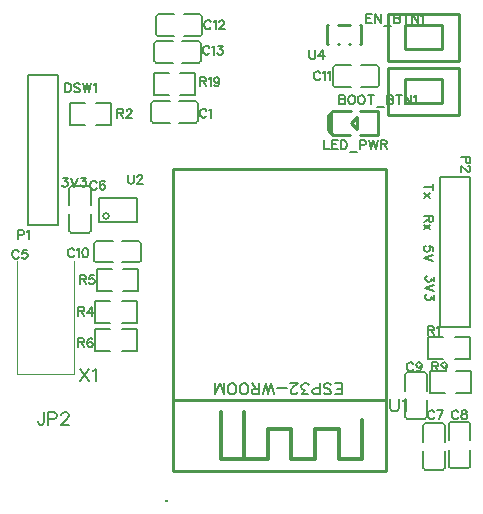
<source format=gto>
G04 Layer: TopSilkscreenLayer*
G04 EasyEDA v6.5.1, 2022-03-21 16:47:25*
G04 955ef46bbe064569b540ea905b21d435,97f3a3507f384188ab3f8c3e8ba95b97,10*
G04 Gerber Generator version 0.2*
G04 Scale: 100 percent, Rotated: No, Reflected: No *
G04 Dimensions in millimeters *
G04 leading zeros omitted , absolute positions ,4 integer and 5 decimal *
%FSLAX45Y45*%
%MOMM*%

%ADD10C,0.2540*%
%ADD12C,0.2032*%
%ADD37C,0.1524*%
%ADD38C,0.1200*%
%ADD39C,0.2007*%
%ADD40C,0.2997*%
%ADD41C,0.2000*%

%LPD*%
D37*
X7129272Y3035300D02*
G01*
X7052818Y3035300D01*
X7129272Y3060700D02*
G01*
X7129272Y3009900D01*
X7103872Y2985770D02*
G01*
X7052818Y2945892D01*
X7103872Y2945892D02*
G01*
X7052818Y2985770D01*
X7129272Y2794000D02*
G01*
X7052818Y2794000D01*
X7129272Y2794000D02*
G01*
X7129272Y2761234D01*
X7125715Y2750312D01*
X7121906Y2746755D01*
X7114793Y2743200D01*
X7107427Y2743200D01*
X7100061Y2746755D01*
X7096506Y2750312D01*
X7092950Y2761234D01*
X7092950Y2794000D01*
X7092950Y2768600D02*
G01*
X7052818Y2743200D01*
X7103872Y2719070D02*
G01*
X7052818Y2679192D01*
X7103872Y2679192D02*
G01*
X7052818Y2719070D01*
X7129272Y2496312D02*
G01*
X7129272Y2532634D01*
X7096506Y2536444D01*
X7100061Y2532634D01*
X7103872Y2521712D01*
X7103872Y2510789D01*
X7100061Y2500121D01*
X7092950Y2492755D01*
X7082027Y2489200D01*
X7074661Y2489200D01*
X7063740Y2492755D01*
X7056374Y2500121D01*
X7052818Y2510789D01*
X7052818Y2521712D01*
X7056374Y2532634D01*
X7060184Y2536444D01*
X7067295Y2540000D01*
X7129272Y2465070D02*
G01*
X7052818Y2436113D01*
X7129272Y2406904D02*
G01*
X7052818Y2436113D01*
X7141972Y2278634D02*
G01*
X7141972Y2238755D01*
X7112761Y2260600D01*
X7112761Y2249678D01*
X7109206Y2242312D01*
X7105650Y2238755D01*
X7094727Y2235200D01*
X7087361Y2235200D01*
X7076440Y2238755D01*
X7069074Y2246121D01*
X7065518Y2256789D01*
X7065518Y2267712D01*
X7069074Y2278634D01*
X7072884Y2282444D01*
X7079995Y2286000D01*
X7141972Y2211070D02*
G01*
X7065518Y2182113D01*
X7141972Y2152904D02*
G01*
X7065518Y2182113D01*
X7141972Y2121662D02*
G01*
X7141972Y2081529D01*
X7112761Y2103373D01*
X7112761Y2092452D01*
X7109206Y2085339D01*
X7105650Y2081529D01*
X7094727Y2077973D01*
X7087361Y2077973D01*
X7076440Y2081529D01*
X7069074Y2088895D01*
X7065518Y2099818D01*
X7065518Y2110739D01*
X7069074Y2121662D01*
X7072884Y2125218D01*
X7079995Y2129028D01*
X3995165Y3116071D02*
G01*
X4035043Y3116071D01*
X4013200Y3086862D01*
X4024122Y3086862D01*
X4031488Y3083305D01*
X4035043Y3079750D01*
X4038600Y3068828D01*
X4038600Y3061462D01*
X4035043Y3050539D01*
X4027677Y3043173D01*
X4017009Y3039618D01*
X4006088Y3039618D01*
X3995165Y3043173D01*
X3991356Y3046984D01*
X3987800Y3054095D01*
X4062729Y3116071D02*
G01*
X4091686Y3039618D01*
X4120895Y3116071D02*
G01*
X4091686Y3039618D01*
X4152138Y3116071D02*
G01*
X4192270Y3116071D01*
X4170425Y3086862D01*
X4181347Y3086862D01*
X4188459Y3083305D01*
X4192270Y3079750D01*
X4195825Y3068828D01*
X4195825Y3061462D01*
X4192270Y3050539D01*
X4184904Y3043173D01*
X4173981Y3039618D01*
X4163059Y3039618D01*
X4152138Y3043173D01*
X4148581Y3046984D01*
X4144772Y3054095D01*
X4013200Y3916171D02*
G01*
X4013200Y3839718D01*
X4013200Y3916171D02*
G01*
X4038600Y3916171D01*
X4049522Y3912615D01*
X4056888Y3905250D01*
X4060443Y3897884D01*
X4064000Y3886962D01*
X4064000Y3868928D01*
X4060443Y3858005D01*
X4056888Y3850639D01*
X4049522Y3843273D01*
X4038600Y3839718D01*
X4013200Y3839718D01*
X4138929Y3905250D02*
G01*
X4131818Y3912615D01*
X4120895Y3916171D01*
X4106163Y3916171D01*
X4095495Y3912615D01*
X4088129Y3905250D01*
X4088129Y3897884D01*
X4091686Y3890771D01*
X4095495Y3886962D01*
X4102608Y3883405D01*
X4124452Y3876039D01*
X4131818Y3872484D01*
X4135374Y3868928D01*
X4138929Y3861562D01*
X4138929Y3850639D01*
X4131818Y3843273D01*
X4120895Y3839718D01*
X4106163Y3839718D01*
X4095495Y3843273D01*
X4088129Y3850639D01*
X4163059Y3916171D02*
G01*
X4181093Y3839718D01*
X4199381Y3916171D02*
G01*
X4181093Y3839718D01*
X4199381Y3916171D02*
G01*
X4217670Y3839718D01*
X4235704Y3916171D02*
G01*
X4217670Y3839718D01*
X4259834Y3901694D02*
G01*
X4266945Y3905250D01*
X4277868Y3916171D01*
X4277868Y3839718D01*
X6337300Y3814571D02*
G01*
X6337300Y3738118D01*
X6337300Y3814571D02*
G01*
X6370065Y3814571D01*
X6380988Y3811015D01*
X6384543Y3807205D01*
X6388100Y3800094D01*
X6388100Y3792728D01*
X6384543Y3785362D01*
X6380988Y3781805D01*
X6370065Y3778250D01*
X6337300Y3778250D02*
G01*
X6370065Y3778250D01*
X6380988Y3774439D01*
X6384543Y3770884D01*
X6388100Y3763518D01*
X6388100Y3752595D01*
X6384543Y3745484D01*
X6380988Y3741673D01*
X6370065Y3738118D01*
X6337300Y3738118D01*
X6434074Y3814571D02*
G01*
X6426708Y3811015D01*
X6419595Y3803650D01*
X6415786Y3796284D01*
X6412229Y3785362D01*
X6412229Y3767328D01*
X6415786Y3756405D01*
X6419595Y3749039D01*
X6426708Y3741673D01*
X6434074Y3738118D01*
X6448552Y3738118D01*
X6455918Y3741673D01*
X6463029Y3749039D01*
X6466840Y3756405D01*
X6470395Y3767328D01*
X6470395Y3785362D01*
X6466840Y3796284D01*
X6463029Y3803650D01*
X6455918Y3811015D01*
X6448552Y3814571D01*
X6434074Y3814571D01*
X6516115Y3814571D02*
G01*
X6509004Y3811015D01*
X6501638Y3803650D01*
X6498081Y3796284D01*
X6494272Y3785362D01*
X6494272Y3767328D01*
X6498081Y3756405D01*
X6501638Y3749039D01*
X6509004Y3741673D01*
X6516115Y3738118D01*
X6530847Y3738118D01*
X6537959Y3741673D01*
X6545325Y3749039D01*
X6548881Y3756405D01*
X6552691Y3767328D01*
X6552691Y3785362D01*
X6548881Y3796284D01*
X6545325Y3803650D01*
X6537959Y3811015D01*
X6530847Y3814571D01*
X6516115Y3814571D01*
X6601968Y3814571D02*
G01*
X6601968Y3738118D01*
X6576568Y3814571D02*
G01*
X6627368Y3814571D01*
X6651497Y3712718D02*
G01*
X6717029Y3712718D01*
X6740906Y3814571D02*
G01*
X6740906Y3738118D01*
X6740906Y3814571D02*
G01*
X6773672Y3814571D01*
X6784593Y3811015D01*
X6788150Y3807205D01*
X6791959Y3800094D01*
X6791959Y3792728D01*
X6788150Y3785362D01*
X6784593Y3781805D01*
X6773672Y3778250D01*
X6740906Y3778250D02*
G01*
X6773672Y3778250D01*
X6784593Y3774439D01*
X6788150Y3770884D01*
X6791959Y3763518D01*
X6791959Y3752595D01*
X6788150Y3745484D01*
X6784593Y3741673D01*
X6773672Y3738118D01*
X6740906Y3738118D01*
X6841236Y3814571D02*
G01*
X6841236Y3738118D01*
X6815836Y3814571D02*
G01*
X6866636Y3814571D01*
X6890765Y3814571D02*
G01*
X6890765Y3738118D01*
X6890765Y3814571D02*
G01*
X6941565Y3738118D01*
X6941565Y3814571D02*
G01*
X6941565Y3738118D01*
X6965695Y3800094D02*
G01*
X6973061Y3803650D01*
X6983729Y3814571D01*
X6983729Y3738118D01*
X5210809Y3681984D02*
G01*
X5207000Y3689350D01*
X5199888Y3696715D01*
X5192522Y3700271D01*
X5178043Y3700271D01*
X5170677Y3696715D01*
X5163565Y3689350D01*
X5159756Y3681984D01*
X5156200Y3671062D01*
X5156200Y3653028D01*
X5159756Y3642105D01*
X5163565Y3634739D01*
X5170677Y3627373D01*
X5178043Y3623818D01*
X5192522Y3623818D01*
X5199888Y3627373D01*
X5207000Y3634739D01*
X5210809Y3642105D01*
X5234686Y3685794D02*
G01*
X5242052Y3689350D01*
X5252974Y3700271D01*
X5252974Y3623818D01*
X3623309Y2488184D02*
G01*
X3619500Y2495550D01*
X3612388Y2502915D01*
X3605022Y2506471D01*
X3590543Y2506471D01*
X3583177Y2502915D01*
X3576065Y2495550D01*
X3572256Y2488184D01*
X3568700Y2477262D01*
X3568700Y2459228D01*
X3572256Y2448305D01*
X3576065Y2440939D01*
X3583177Y2433573D01*
X3590543Y2430018D01*
X3605022Y2430018D01*
X3612388Y2433573D01*
X3619500Y2440939D01*
X3623309Y2448305D01*
X3690874Y2506471D02*
G01*
X3654552Y2506471D01*
X3650995Y2473705D01*
X3654552Y2477262D01*
X3665474Y2481071D01*
X3676395Y2481071D01*
X3687318Y2477262D01*
X3694429Y2470150D01*
X3698240Y2459228D01*
X3698240Y2451862D01*
X3694429Y2440939D01*
X3687318Y2433573D01*
X3676395Y2430018D01*
X3665474Y2430018D01*
X3654552Y2433573D01*
X3650995Y2437384D01*
X3647186Y2444495D01*
X4283709Y3072384D02*
G01*
X4279900Y3079750D01*
X4272788Y3087115D01*
X4265422Y3090671D01*
X4250943Y3090671D01*
X4243577Y3087115D01*
X4236465Y3079750D01*
X4232656Y3072384D01*
X4229100Y3061462D01*
X4229100Y3043428D01*
X4232656Y3032505D01*
X4236465Y3025139D01*
X4243577Y3017773D01*
X4250943Y3014218D01*
X4265422Y3014218D01*
X4272788Y3017773D01*
X4279900Y3025139D01*
X4283709Y3032505D01*
X4351274Y3079750D02*
G01*
X4347718Y3087115D01*
X4336795Y3090671D01*
X4329429Y3090671D01*
X4318508Y3087115D01*
X4311395Y3076194D01*
X4307586Y3057905D01*
X4307586Y3039618D01*
X4311395Y3025139D01*
X4318508Y3017773D01*
X4329429Y3014218D01*
X4332986Y3014218D01*
X4343908Y3017773D01*
X4351274Y3025139D01*
X4354829Y3036062D01*
X4354829Y3039618D01*
X4351274Y3050539D01*
X4343908Y3057905D01*
X4332986Y3061462D01*
X4329429Y3061462D01*
X4318508Y3057905D01*
X4311395Y3050539D01*
X4307586Y3039618D01*
X7141209Y1129284D02*
G01*
X7137400Y1136650D01*
X7130288Y1144015D01*
X7122922Y1147571D01*
X7108443Y1147571D01*
X7101077Y1144015D01*
X7093965Y1136650D01*
X7090156Y1129284D01*
X7086600Y1118362D01*
X7086600Y1100328D01*
X7090156Y1089405D01*
X7093965Y1082039D01*
X7101077Y1074673D01*
X7108443Y1071118D01*
X7122922Y1071118D01*
X7130288Y1074673D01*
X7137400Y1082039D01*
X7141209Y1089405D01*
X7216140Y1147571D02*
G01*
X7179563Y1071118D01*
X7165086Y1147571D02*
G01*
X7216140Y1147571D01*
X7344409Y1129284D02*
G01*
X7340600Y1136650D01*
X7333488Y1144015D01*
X7326122Y1147571D01*
X7311643Y1147571D01*
X7304277Y1144015D01*
X7297165Y1136650D01*
X7293356Y1129284D01*
X7289800Y1118362D01*
X7289800Y1100328D01*
X7293356Y1089405D01*
X7297165Y1082039D01*
X7304277Y1074673D01*
X7311643Y1071118D01*
X7326122Y1071118D01*
X7333488Y1074673D01*
X7340600Y1082039D01*
X7344409Y1089405D01*
X7386574Y1147571D02*
G01*
X7375652Y1144015D01*
X7372095Y1136650D01*
X7372095Y1129284D01*
X7375652Y1122171D01*
X7382763Y1118362D01*
X7397495Y1114805D01*
X7408418Y1111250D01*
X7415529Y1103884D01*
X7419340Y1096518D01*
X7419340Y1085595D01*
X7415529Y1078484D01*
X7411974Y1074673D01*
X7401052Y1071118D01*
X7386574Y1071118D01*
X7375652Y1074673D01*
X7372095Y1078484D01*
X7368286Y1085595D01*
X7368286Y1096518D01*
X7372095Y1103884D01*
X7379208Y1111250D01*
X7390129Y1114805D01*
X7404608Y1118362D01*
X7411974Y1122171D01*
X7415529Y1129284D01*
X7415529Y1136650D01*
X7411974Y1144015D01*
X7401052Y1147571D01*
X7386574Y1147571D01*
X6963409Y1535684D02*
G01*
X6959600Y1543050D01*
X6952488Y1550415D01*
X6945122Y1553971D01*
X6930643Y1553971D01*
X6923277Y1550415D01*
X6916165Y1543050D01*
X6912356Y1535684D01*
X6908800Y1524762D01*
X6908800Y1506728D01*
X6912356Y1495805D01*
X6916165Y1488439D01*
X6923277Y1481073D01*
X6930643Y1477518D01*
X6945122Y1477518D01*
X6952488Y1481073D01*
X6959600Y1488439D01*
X6963409Y1495805D01*
X7034529Y1528571D02*
G01*
X7030974Y1517650D01*
X7023608Y1510284D01*
X7012686Y1506728D01*
X7009129Y1506728D01*
X6998208Y1510284D01*
X6991095Y1517650D01*
X6987286Y1528571D01*
X6987286Y1532128D01*
X6991095Y1543050D01*
X6998208Y1550415D01*
X7009129Y1553971D01*
X7012686Y1553971D01*
X7023608Y1550415D01*
X7030974Y1543050D01*
X7034529Y1528571D01*
X7034529Y1510284D01*
X7030974Y1491995D01*
X7023608Y1481073D01*
X7012686Y1477518D01*
X7005574Y1477518D01*
X6994652Y1481073D01*
X6991095Y1488439D01*
X4093209Y2500884D02*
G01*
X4089400Y2508250D01*
X4082288Y2515615D01*
X4074922Y2519171D01*
X4060443Y2519171D01*
X4053077Y2515615D01*
X4045965Y2508250D01*
X4042156Y2500884D01*
X4038600Y2489962D01*
X4038600Y2471928D01*
X4042156Y2461005D01*
X4045965Y2453639D01*
X4053077Y2446273D01*
X4060443Y2442718D01*
X4074922Y2442718D01*
X4082288Y2446273D01*
X4089400Y2453639D01*
X4093209Y2461005D01*
X4117086Y2504694D02*
G01*
X4124452Y2508250D01*
X4135374Y2519171D01*
X4135374Y2442718D01*
X4181093Y2519171D02*
G01*
X4170172Y2515615D01*
X4163059Y2504694D01*
X4159250Y2486405D01*
X4159250Y2475484D01*
X4163059Y2457195D01*
X4170172Y2446273D01*
X4181093Y2442718D01*
X4188459Y2442718D01*
X4199381Y2446273D01*
X4206493Y2457195D01*
X4210304Y2475484D01*
X4210304Y2486405D01*
X4206493Y2504694D01*
X4199381Y2515615D01*
X4188459Y2519171D01*
X4181093Y2519171D01*
X6176009Y3999484D02*
G01*
X6172200Y4006850D01*
X6165088Y4014215D01*
X6157722Y4017771D01*
X6143243Y4017771D01*
X6135877Y4014215D01*
X6128765Y4006850D01*
X6124956Y3999484D01*
X6121400Y3988562D01*
X6121400Y3970528D01*
X6124956Y3959605D01*
X6128765Y3952239D01*
X6135877Y3944873D01*
X6143243Y3941318D01*
X6157722Y3941318D01*
X6165088Y3944873D01*
X6172200Y3952239D01*
X6176009Y3959605D01*
X6199886Y4003294D02*
G01*
X6207252Y4006850D01*
X6218174Y4017771D01*
X6218174Y3941318D01*
X6242050Y4003294D02*
G01*
X6249415Y4006850D01*
X6260338Y4017771D01*
X6260338Y3941318D01*
X5248909Y4431284D02*
G01*
X5245100Y4438650D01*
X5237988Y4446015D01*
X5230622Y4449571D01*
X5216143Y4449571D01*
X5208777Y4446015D01*
X5201665Y4438650D01*
X5197856Y4431284D01*
X5194300Y4420362D01*
X5194300Y4402328D01*
X5197856Y4391405D01*
X5201665Y4384039D01*
X5208777Y4376673D01*
X5216143Y4373118D01*
X5230622Y4373118D01*
X5237988Y4376673D01*
X5245100Y4384039D01*
X5248909Y4391405D01*
X5272786Y4435094D02*
G01*
X5280152Y4438650D01*
X5291074Y4449571D01*
X5291074Y4373118D01*
X5318759Y4431284D02*
G01*
X5318759Y4435094D01*
X5322315Y4442205D01*
X5325872Y4446015D01*
X5333238Y4449571D01*
X5347715Y4449571D01*
X5355081Y4446015D01*
X5358638Y4442205D01*
X5362193Y4435094D01*
X5362193Y4427728D01*
X5358638Y4420362D01*
X5351272Y4409439D01*
X5314950Y4373118D01*
X5366004Y4373118D01*
X5236209Y4215384D02*
G01*
X5232400Y4222750D01*
X5225288Y4230115D01*
X5217922Y4233671D01*
X5203443Y4233671D01*
X5196077Y4230115D01*
X5188965Y4222750D01*
X5185156Y4215384D01*
X5181600Y4204462D01*
X5181600Y4186428D01*
X5185156Y4175505D01*
X5188965Y4168139D01*
X5196077Y4160773D01*
X5203443Y4157218D01*
X5217922Y4157218D01*
X5225288Y4160773D01*
X5232400Y4168139D01*
X5236209Y4175505D01*
X5260086Y4219194D02*
G01*
X5267452Y4222750D01*
X5278374Y4233671D01*
X5278374Y4157218D01*
X5309615Y4233671D02*
G01*
X5349493Y4233671D01*
X5327904Y4204462D01*
X5338572Y4204462D01*
X5345938Y4200905D01*
X5349493Y4197350D01*
X5353304Y4186428D01*
X5353304Y4179062D01*
X5349493Y4168139D01*
X5342381Y4160773D01*
X5331459Y4157218D01*
X5320538Y4157218D01*
X5309615Y4160773D01*
X5306059Y4164584D01*
X5302250Y4171695D01*
X6565900Y4500371D02*
G01*
X6565900Y4423918D01*
X6565900Y4500371D02*
G01*
X6613143Y4500371D01*
X6565900Y4464050D02*
G01*
X6595109Y4464050D01*
X6565900Y4423918D02*
G01*
X6613143Y4423918D01*
X6637274Y4500371D02*
G01*
X6637274Y4423918D01*
X6637274Y4500371D02*
G01*
X6688074Y4423918D01*
X6688074Y4500371D02*
G01*
X6688074Y4423918D01*
X6712204Y4398518D02*
G01*
X6777481Y4398518D01*
X6801611Y4500371D02*
G01*
X6801611Y4423918D01*
X6801611Y4500371D02*
G01*
X6834377Y4500371D01*
X6845045Y4496815D01*
X6848856Y4493005D01*
X6852411Y4485894D01*
X6852411Y4478528D01*
X6848856Y4471162D01*
X6845045Y4467605D01*
X6834377Y4464050D01*
X6801611Y4464050D02*
G01*
X6834377Y4464050D01*
X6845045Y4460239D01*
X6848856Y4456684D01*
X6852411Y4449318D01*
X6852411Y4438395D01*
X6848856Y4431284D01*
X6845045Y4427473D01*
X6834377Y4423918D01*
X6801611Y4423918D01*
X6901941Y4500371D02*
G01*
X6901941Y4423918D01*
X6876541Y4500371D02*
G01*
X6927341Y4500371D01*
X6951472Y4500371D02*
G01*
X6951472Y4423918D01*
X6951472Y4500371D02*
G01*
X7002272Y4423918D01*
X7002272Y4500371D02*
G01*
X7002272Y4423918D01*
X7026147Y4485894D02*
G01*
X7033513Y4489450D01*
X7044436Y4500371D01*
X7044436Y4423918D01*
X6210300Y3433571D02*
G01*
X6210300Y3357118D01*
X6210300Y3357118D02*
G01*
X6253988Y3357118D01*
X6277863Y3433571D02*
G01*
X6277863Y3357118D01*
X6277863Y3433571D02*
G01*
X6325108Y3433571D01*
X6277863Y3397250D02*
G01*
X6307074Y3397250D01*
X6277863Y3357118D02*
G01*
X6325108Y3357118D01*
X6349238Y3433571D02*
G01*
X6349238Y3357118D01*
X6349238Y3433571D02*
G01*
X6374638Y3433571D01*
X6385559Y3430015D01*
X6392925Y3422650D01*
X6396481Y3415284D01*
X6400038Y3404362D01*
X6400038Y3386328D01*
X6396481Y3375405D01*
X6392925Y3368039D01*
X6385559Y3360673D01*
X6374638Y3357118D01*
X6349238Y3357118D01*
X6424168Y3331718D02*
G01*
X6489445Y3331718D01*
X6513575Y3433571D02*
G01*
X6513575Y3357118D01*
X6513575Y3433571D02*
G01*
X6546341Y3433571D01*
X6557263Y3430015D01*
X6560820Y3426205D01*
X6564375Y3419094D01*
X6564375Y3408171D01*
X6560820Y3400805D01*
X6557263Y3397250D01*
X6546341Y3393439D01*
X6513575Y3393439D01*
X6588506Y3433571D02*
G01*
X6606540Y3357118D01*
X6624827Y3433571D02*
G01*
X6606540Y3357118D01*
X6624827Y3433571D02*
G01*
X6643115Y3357118D01*
X6661150Y3433571D02*
G01*
X6643115Y3357118D01*
X6685279Y3433571D02*
G01*
X6685279Y3357118D01*
X6685279Y3433571D02*
G01*
X6718045Y3433571D01*
X6728968Y3430015D01*
X6732524Y3426205D01*
X6736079Y3419094D01*
X6736079Y3411728D01*
X6732524Y3404362D01*
X6728968Y3400805D01*
X6718045Y3397250D01*
X6685279Y3397250D01*
X6710679Y3397250D02*
G01*
X6736079Y3357118D01*
X7086600Y1858771D02*
G01*
X7086600Y1782318D01*
X7086600Y1858771D02*
G01*
X7119365Y1858771D01*
X7130288Y1855215D01*
X7133843Y1851405D01*
X7137400Y1844294D01*
X7137400Y1836928D01*
X7133843Y1829562D01*
X7130288Y1826005D01*
X7119365Y1822450D01*
X7086600Y1822450D01*
X7112000Y1822450D02*
G01*
X7137400Y1782318D01*
X7161529Y1844294D02*
G01*
X7168895Y1847850D01*
X7179563Y1858771D01*
X7179563Y1782318D01*
X4457700Y3700271D02*
G01*
X4457700Y3623818D01*
X4457700Y3700271D02*
G01*
X4490465Y3700271D01*
X4501388Y3696715D01*
X4504943Y3692905D01*
X4508500Y3685794D01*
X4508500Y3678428D01*
X4504943Y3671062D01*
X4501388Y3667505D01*
X4490465Y3663950D01*
X4457700Y3663950D01*
X4483100Y3663950D02*
G01*
X4508500Y3623818D01*
X4536186Y3681984D02*
G01*
X4536186Y3685794D01*
X4539995Y3692905D01*
X4543552Y3696715D01*
X4550663Y3700271D01*
X4565395Y3700271D01*
X4572508Y3696715D01*
X4576318Y3692905D01*
X4579874Y3685794D01*
X4579874Y3678428D01*
X4576318Y3671062D01*
X4568952Y3660139D01*
X4532629Y3623818D01*
X4583429Y3623818D01*
X4127500Y2023871D02*
G01*
X4127500Y1947418D01*
X4127500Y2023871D02*
G01*
X4160265Y2023871D01*
X4171188Y2020315D01*
X4174743Y2016505D01*
X4178300Y2009394D01*
X4178300Y2002028D01*
X4174743Y1994662D01*
X4171188Y1991105D01*
X4160265Y1987550D01*
X4127500Y1987550D01*
X4152900Y1987550D02*
G01*
X4178300Y1947418D01*
X4238752Y2023871D02*
G01*
X4202429Y1972818D01*
X4257040Y1972818D01*
X4238752Y2023871D02*
G01*
X4238752Y1947418D01*
X4140200Y2290571D02*
G01*
X4140200Y2214118D01*
X4140200Y2290571D02*
G01*
X4172965Y2290571D01*
X4183888Y2287015D01*
X4187443Y2283205D01*
X4191000Y2276094D01*
X4191000Y2268728D01*
X4187443Y2261362D01*
X4183888Y2257805D01*
X4172965Y2254250D01*
X4140200Y2254250D01*
X4165600Y2254250D02*
G01*
X4191000Y2214118D01*
X4258818Y2290571D02*
G01*
X4222495Y2290571D01*
X4218686Y2257805D01*
X4222495Y2261362D01*
X4233163Y2265171D01*
X4244086Y2265171D01*
X4255008Y2261362D01*
X4262374Y2254250D01*
X4265929Y2243328D01*
X4265929Y2235962D01*
X4262374Y2225039D01*
X4255008Y2217673D01*
X4244086Y2214118D01*
X4233163Y2214118D01*
X4222495Y2217673D01*
X4218686Y2221484D01*
X4215129Y2228595D01*
X4127500Y1757171D02*
G01*
X4127500Y1680718D01*
X4127500Y1757171D02*
G01*
X4160265Y1757171D01*
X4171188Y1753615D01*
X4174743Y1749805D01*
X4178300Y1742694D01*
X4178300Y1735328D01*
X4174743Y1727962D01*
X4171188Y1724405D01*
X4160265Y1720850D01*
X4127500Y1720850D01*
X4152900Y1720850D02*
G01*
X4178300Y1680718D01*
X4246118Y1746250D02*
G01*
X4242308Y1753615D01*
X4231386Y1757171D01*
X4224274Y1757171D01*
X4213352Y1753615D01*
X4205986Y1742694D01*
X4202429Y1724405D01*
X4202429Y1706118D01*
X4205986Y1691639D01*
X4213352Y1684273D01*
X4224274Y1680718D01*
X4227829Y1680718D01*
X4238752Y1684273D01*
X4246118Y1691639D01*
X4249674Y1702562D01*
X4249674Y1706118D01*
X4246118Y1717039D01*
X4238752Y1724405D01*
X4227829Y1727962D01*
X4224274Y1727962D01*
X4213352Y1724405D01*
X4205986Y1717039D01*
X4202429Y1706118D01*
X7124700Y1553971D02*
G01*
X7124700Y1477518D01*
X7124700Y1553971D02*
G01*
X7157465Y1553971D01*
X7168388Y1550415D01*
X7171943Y1546605D01*
X7175500Y1539494D01*
X7175500Y1532128D01*
X7171943Y1524762D01*
X7168388Y1521205D01*
X7157465Y1517650D01*
X7124700Y1517650D01*
X7150100Y1517650D02*
G01*
X7175500Y1477518D01*
X7246874Y1528571D02*
G01*
X7243318Y1517650D01*
X7235952Y1510284D01*
X7225029Y1506728D01*
X7221474Y1506728D01*
X7210552Y1510284D01*
X7203186Y1517650D01*
X7199629Y1528571D01*
X7199629Y1532128D01*
X7203186Y1543050D01*
X7210552Y1550415D01*
X7221474Y1553971D01*
X7225029Y1553971D01*
X7235952Y1550415D01*
X7243318Y1543050D01*
X7246874Y1528571D01*
X7246874Y1510284D01*
X7243318Y1491995D01*
X7235952Y1481073D01*
X7225029Y1477518D01*
X7217663Y1477518D01*
X7206995Y1481073D01*
X7203186Y1488439D01*
X5156200Y3966971D02*
G01*
X5156200Y3890518D01*
X5156200Y3966971D02*
G01*
X5188965Y3966971D01*
X5199888Y3963415D01*
X5203443Y3959605D01*
X5207000Y3952494D01*
X5207000Y3945128D01*
X5203443Y3937762D01*
X5199888Y3934205D01*
X5188965Y3930650D01*
X5156200Y3930650D01*
X5181600Y3930650D02*
G01*
X5207000Y3890518D01*
X5231129Y3952494D02*
G01*
X5238495Y3956050D01*
X5249163Y3966971D01*
X5249163Y3890518D01*
X5320538Y3941571D02*
G01*
X5316981Y3930650D01*
X5309615Y3923284D01*
X5298693Y3919728D01*
X5295138Y3919728D01*
X5284215Y3923284D01*
X5276850Y3930650D01*
X5273293Y3941571D01*
X5273293Y3945128D01*
X5276850Y3956050D01*
X5284215Y3963415D01*
X5295138Y3966971D01*
X5298693Y3966971D01*
X5309615Y3963415D01*
X5316981Y3956050D01*
X5320538Y3941571D01*
X5320538Y3923284D01*
X5316981Y3904995D01*
X5309615Y3894073D01*
X5298693Y3890518D01*
X5291581Y3890518D01*
X5280659Y3894073D01*
X5276850Y3901439D01*
X3836670Y1131315D02*
G01*
X3836670Y1048257D01*
X3831336Y1032510D01*
X3826256Y1027429D01*
X3815841Y1022350D01*
X3805427Y1022350D01*
X3795013Y1027429D01*
X3789679Y1032510D01*
X3784600Y1048257D01*
X3784600Y1058671D01*
X3870959Y1131315D02*
G01*
X3870959Y1022350D01*
X3870959Y1131315D02*
G01*
X3917695Y1131315D01*
X3933190Y1126236D01*
X3938270Y1120902D01*
X3943604Y1110487D01*
X3943604Y1094994D01*
X3938270Y1084579D01*
X3933190Y1079500D01*
X3917695Y1074165D01*
X3870959Y1074165D01*
X3982974Y1105407D02*
G01*
X3982974Y1110487D01*
X3988308Y1120902D01*
X3993388Y1126236D01*
X4003802Y1131315D01*
X4024629Y1131315D01*
X4035043Y1126236D01*
X4040124Y1120902D01*
X4045458Y1110487D01*
X4045458Y1100073D01*
X4040124Y1089660D01*
X4029709Y1074165D01*
X3977893Y1022350D01*
X4050538Y1022350D01*
X4140200Y1499615D02*
G01*
X4212843Y1390650D01*
X4212843Y1499615D02*
G01*
X4140200Y1390650D01*
X4247134Y1478787D02*
G01*
X4257547Y1484121D01*
X4273295Y1499615D01*
X4273295Y1390650D01*
X4874513Y379476D02*
G01*
X4876800Y381762D01*
X4874513Y384047D01*
X4872227Y381762D01*
X4874513Y379476D01*
X3619500Y2671571D02*
G01*
X3619500Y2595118D01*
X3619500Y2671571D02*
G01*
X3652265Y2671571D01*
X3663188Y2668015D01*
X3666743Y2664205D01*
X3670300Y2657094D01*
X3670300Y2646171D01*
X3666743Y2638805D01*
X3663188Y2635250D01*
X3652265Y2631439D01*
X3619500Y2631439D01*
X3694429Y2657094D02*
G01*
X3701795Y2660650D01*
X3712463Y2671571D01*
X3712463Y2595118D01*
X7446772Y3289300D02*
G01*
X7370318Y3289300D01*
X7446772Y3289300D02*
G01*
X7446772Y3256534D01*
X7443215Y3245612D01*
X7439406Y3242055D01*
X7432293Y3238500D01*
X7421372Y3238500D01*
X7414006Y3242055D01*
X7410450Y3245612D01*
X7406640Y3256534D01*
X7406640Y3289300D01*
X7428484Y3210813D02*
G01*
X7432293Y3210813D01*
X7439406Y3207004D01*
X7443215Y3203447D01*
X7446772Y3196336D01*
X7446772Y3181604D01*
X7443215Y3174492D01*
X7439406Y3170681D01*
X7432293Y3167126D01*
X7424927Y3167126D01*
X7417561Y3170681D01*
X7406640Y3178047D01*
X7370318Y3214370D01*
X7370318Y3163570D01*
X6769100Y1245615D02*
G01*
X6769100Y1167637D01*
X6774179Y1152144D01*
X6784593Y1141729D01*
X6800341Y1136650D01*
X6810756Y1136650D01*
X6826250Y1141729D01*
X6836663Y1152144D01*
X6841743Y1167637D01*
X6841743Y1245615D01*
X6876034Y1224787D02*
G01*
X6886447Y1230121D01*
X6902195Y1245615D01*
X6902195Y1136650D01*
D12*
X6355334Y1281684D02*
G01*
X6355334Y1377187D01*
X6355334Y1281684D02*
G01*
X6296152Y1281684D01*
X6355334Y1327150D02*
G01*
X6319011Y1327150D01*
X6355334Y1377187D02*
G01*
X6296152Y1377187D01*
X6202679Y1295145D02*
G01*
X6211824Y1286255D01*
X6225286Y1281684D01*
X6243574Y1281684D01*
X6257036Y1286255D01*
X6266179Y1295145D01*
X6266179Y1304289D01*
X6261608Y1313687D01*
X6257036Y1318005D01*
X6248145Y1322323D01*
X6220713Y1331721D01*
X6211824Y1336039D01*
X6207252Y1340865D01*
X6202679Y1350010D01*
X6202679Y1363471D01*
X6211824Y1372615D01*
X6225286Y1377187D01*
X6243574Y1377187D01*
X6257036Y1372615D01*
X6266179Y1363471D01*
X6172708Y1281684D02*
G01*
X6172708Y1377187D01*
X6172708Y1281684D02*
G01*
X6131813Y1281684D01*
X6118097Y1286255D01*
X6113525Y1290573D01*
X6108954Y1299718D01*
X6108954Y1313687D01*
X6113525Y1322323D01*
X6118097Y1327150D01*
X6131813Y1331721D01*
X6172708Y1331721D01*
X6069838Y1281684D02*
G01*
X6019800Y1281684D01*
X6047231Y1318005D01*
X6033515Y1318005D01*
X6024372Y1322323D01*
X6019800Y1327150D01*
X6015227Y1340865D01*
X6015227Y1350010D01*
X6019800Y1363471D01*
X6028943Y1372615D01*
X6042659Y1377187D01*
X6056122Y1377187D01*
X6069838Y1372615D01*
X6074409Y1367789D01*
X6078981Y1358900D01*
X5980684Y1304289D02*
G01*
X5980684Y1299718D01*
X5976365Y1290573D01*
X5971793Y1286255D01*
X5962650Y1281684D01*
X5944361Y1281684D01*
X5935218Y1286255D01*
X5930900Y1290573D01*
X5926327Y1299718D01*
X5926327Y1309115D01*
X5930900Y1318005D01*
X5939790Y1331721D01*
X5985256Y1377187D01*
X5921756Y1377187D01*
X5891784Y1336039D02*
G01*
X5809995Y1336039D01*
X5779770Y1281684D02*
G01*
X5757163Y1377187D01*
X5734304Y1281684D02*
G01*
X5757163Y1377187D01*
X5734304Y1281684D02*
G01*
X5711697Y1377187D01*
X5689091Y1281684D02*
G01*
X5711697Y1377187D01*
X5658865Y1281684D02*
G01*
X5658865Y1377187D01*
X5658865Y1281684D02*
G01*
X5617972Y1281684D01*
X5604509Y1286255D01*
X5599938Y1290573D01*
X5595365Y1299718D01*
X5595365Y1309115D01*
X5599938Y1318005D01*
X5604509Y1322323D01*
X5617972Y1327150D01*
X5658865Y1327150D01*
X5627115Y1327150D02*
G01*
X5595365Y1377187D01*
X5537961Y1281684D02*
G01*
X5547106Y1286255D01*
X5556250Y1295145D01*
X5560822Y1304289D01*
X5565393Y1318005D01*
X5565393Y1340865D01*
X5560822Y1354581D01*
X5556250Y1363471D01*
X5547106Y1372615D01*
X5537961Y1377187D01*
X5519927Y1377187D01*
X5510784Y1372615D01*
X5501640Y1363471D01*
X5497068Y1354581D01*
X5492495Y1340865D01*
X5492495Y1318005D01*
X5497068Y1304289D01*
X5501640Y1295145D01*
X5510784Y1286255D01*
X5519927Y1281684D01*
X5537961Y1281684D01*
X5435345Y1281684D02*
G01*
X5444490Y1286255D01*
X5453634Y1295145D01*
X5457952Y1304289D01*
X5462524Y1318005D01*
X5462524Y1340865D01*
X5457952Y1354581D01*
X5453634Y1363471D01*
X5444490Y1372615D01*
X5435345Y1377187D01*
X5417058Y1377187D01*
X5408168Y1372615D01*
X5399024Y1363471D01*
X5394452Y1354581D01*
X5389879Y1340865D01*
X5389879Y1318005D01*
X5394452Y1304289D01*
X5399024Y1295145D01*
X5408168Y1286255D01*
X5417058Y1281684D01*
X5435345Y1281684D01*
X5359908Y1281684D02*
G01*
X5359908Y1377187D01*
X5359908Y1281684D02*
G01*
X5323586Y1377187D01*
X5287263Y1281684D02*
G01*
X5323586Y1377187D01*
X5287263Y1281684D02*
G01*
X5287263Y1377187D01*
D37*
X4546600Y3141471D02*
G01*
X4546600Y3086862D01*
X4550156Y3075939D01*
X4557522Y3068573D01*
X4568443Y3065018D01*
X4575809Y3065018D01*
X4586477Y3068573D01*
X4593843Y3075939D01*
X4597400Y3086862D01*
X4597400Y3141471D01*
X4625086Y3123184D02*
G01*
X4625086Y3126994D01*
X4628895Y3134105D01*
X4632452Y3137915D01*
X4639563Y3141471D01*
X4654295Y3141471D01*
X4661408Y3137915D01*
X4665218Y3134105D01*
X4668774Y3126994D01*
X4668774Y3119628D01*
X4665218Y3112262D01*
X4657852Y3101339D01*
X4621529Y3065018D01*
X4672329Y3065018D01*
X6083300Y4195571D02*
G01*
X6083300Y4140962D01*
X6086856Y4130039D01*
X6094222Y4122673D01*
X6105143Y4119118D01*
X6112509Y4119118D01*
X6123177Y4122673D01*
X6130543Y4130039D01*
X6134100Y4140962D01*
X6134100Y4195571D01*
X6194552Y4195571D02*
G01*
X6158229Y4144518D01*
X6212840Y4144518D01*
X6194552Y4195571D02*
G01*
X6194552Y4119118D01*
D10*
X6748500Y4048099D02*
G01*
X7348499Y4048099D01*
X7348499Y3648100D01*
X6748500Y3648100D01*
X6748500Y4048099D01*
X6888505Y3948099D02*
G01*
X7208494Y3948099D01*
X7208494Y3748100D01*
X6888505Y3748100D01*
X6888505Y3948099D01*
D37*
X5121419Y3760660D02*
G01*
X4980419Y3760660D01*
X4980419Y3579939D02*
G01*
X5121419Y3579939D01*
X5136659Y3595179D02*
G01*
X5136659Y3745420D01*
X4759180Y3760660D02*
G01*
X4900180Y3760660D01*
X4900180Y3579939D02*
G01*
X4759180Y3579939D01*
X4743940Y3595179D02*
G01*
X4743940Y3745420D01*
D38*
X4088129Y2409647D02*
G01*
X4088129Y1449781D01*
X3608070Y1449781D01*
X3608070Y2409647D01*
D37*
X4230560Y2663680D02*
G01*
X4230560Y2804680D01*
X4049839Y2804680D02*
G01*
X4049839Y2663680D01*
X4065079Y2648440D02*
G01*
X4215320Y2648440D01*
X4230560Y3025919D02*
G01*
X4230560Y2884919D01*
X4049839Y2884919D02*
G01*
X4049839Y3025919D01*
X4065079Y3041159D02*
G01*
X4215320Y3041159D01*
X7227760Y657080D02*
G01*
X7227760Y798080D01*
X7047039Y798080D02*
G01*
X7047039Y657080D01*
X7062279Y641840D02*
G01*
X7212520Y641840D01*
X7227760Y1019319D02*
G01*
X7227760Y878319D01*
X7047039Y878319D02*
G01*
X7047039Y1019319D01*
X7062279Y1034559D02*
G01*
X7212520Y1034559D01*
X7262939Y1032019D02*
G01*
X7262939Y891019D01*
X7443660Y891019D02*
G01*
X7443660Y1032019D01*
X7428420Y1047259D02*
G01*
X7278179Y1047259D01*
X7262939Y669780D02*
G01*
X7262939Y810780D01*
X7443660Y810780D02*
G01*
X7443660Y669780D01*
X7428420Y654540D02*
G01*
X7278179Y654540D01*
X7075360Y1088880D02*
G01*
X7075360Y1229880D01*
X6894639Y1229880D02*
G01*
X6894639Y1088880D01*
X6909879Y1073640D02*
G01*
X7060120Y1073640D01*
X7075360Y1451119D02*
G01*
X7075360Y1310119D01*
X6894639Y1310119D02*
G01*
X6894639Y1451119D01*
X6909879Y1466359D02*
G01*
X7060120Y1466359D01*
X4276580Y2398839D02*
G01*
X4417580Y2398839D01*
X4417580Y2579560D02*
G01*
X4276580Y2579560D01*
X4261340Y2564320D02*
G01*
X4261340Y2414079D01*
X4638819Y2398839D02*
G01*
X4497819Y2398839D01*
X4497819Y2579560D02*
G01*
X4638819Y2579560D01*
X4654059Y2564320D02*
G01*
X4654059Y2414079D01*
X6295880Y3884739D02*
G01*
X6436880Y3884739D01*
X6436880Y4065460D02*
G01*
X6295880Y4065460D01*
X6280640Y4050220D02*
G01*
X6280640Y3899979D01*
X6658119Y3884739D02*
G01*
X6517119Y3884739D01*
X6517119Y4065460D02*
G01*
X6658119Y4065460D01*
X6673359Y4050220D02*
G01*
X6673359Y3899979D01*
X5159519Y4497260D02*
G01*
X5018519Y4497260D01*
X5018519Y4316539D02*
G01*
X5159519Y4316539D01*
X5174759Y4331779D02*
G01*
X5174759Y4482020D01*
X4797280Y4497260D02*
G01*
X4938280Y4497260D01*
X4938280Y4316539D02*
G01*
X4797280Y4316539D01*
X4782040Y4331779D02*
G01*
X4782040Y4482020D01*
X5146819Y4268660D02*
G01*
X5005819Y4268660D01*
X5005819Y4087939D02*
G01*
X5146819Y4087939D01*
X5162059Y4103179D02*
G01*
X5162059Y4253420D01*
X4784580Y4268660D02*
G01*
X4925580Y4268660D01*
X4925580Y4087939D02*
G01*
X4784580Y4087939D01*
X4769340Y4103179D02*
G01*
X4769340Y4253420D01*
D10*
X7348499Y4105300D02*
G01*
X6748500Y4105300D01*
X6748500Y4505299D01*
X7348499Y4505299D01*
X7348499Y4105300D01*
X7208494Y4205300D02*
G01*
X6888505Y4205300D01*
X6888505Y4405299D01*
X7208494Y4405299D01*
X7208494Y4205300D01*
X6508750Y3479545D02*
G01*
X6663690Y3479545D01*
X6663690Y3682745D01*
X6508750Y3682745D01*
X6430009Y3477005D02*
G01*
X6282690Y3477005D01*
X6242050Y3517645D01*
X6242050Y3644645D01*
X6280150Y3682745D01*
X6432550Y3682745D01*
X6486143Y3531107D02*
G01*
X6486143Y3631184D01*
X6486143Y3631184D01*
X6436106Y3581145D01*
X6436106Y3581145D01*
X6486143Y3531107D01*
X6266179Y3501136D02*
G01*
X6266179Y3661155D01*
D37*
X7216780Y1768109D02*
G01*
X7088286Y1768109D01*
X7088286Y1584690D01*
X7216780Y1584690D01*
X7312019Y1768109D02*
G01*
X7440513Y1768109D01*
X7440513Y1584690D01*
X7312019Y1584690D01*
X4276719Y3565890D02*
G01*
X4405213Y3565890D01*
X4405213Y3749309D01*
X4276719Y3749309D01*
X4181480Y3565890D02*
G01*
X4052986Y3565890D01*
X4052986Y3749309D01*
X4181480Y3749309D01*
X4492619Y1889490D02*
G01*
X4621113Y1889490D01*
X4621113Y2072909D01*
X4492619Y2072909D01*
X4397380Y1889490D02*
G01*
X4268886Y1889490D01*
X4268886Y2072909D01*
X4397380Y2072909D01*
X4410080Y2339609D02*
G01*
X4281586Y2339609D01*
X4281586Y2156190D01*
X4410080Y2156190D01*
X4505319Y2339609D02*
G01*
X4633813Y2339609D01*
X4633813Y2156190D01*
X4505319Y2156190D01*
X4492619Y1648190D02*
G01*
X4621113Y1648190D01*
X4621113Y1831609D01*
X4492619Y1831609D01*
X4397380Y1648190D02*
G01*
X4268886Y1648190D01*
X4268886Y1831609D01*
X4397380Y1831609D01*
X7324719Y1292590D02*
G01*
X7453213Y1292590D01*
X7453213Y1476009D01*
X7324719Y1476009D01*
X7229480Y1292590D02*
G01*
X7100986Y1292590D01*
X7100986Y1476009D01*
X7229480Y1476009D01*
X4987919Y3819890D02*
G01*
X5116413Y3819890D01*
X5116413Y4003309D01*
X4987919Y4003309D01*
X4892680Y3819890D02*
G01*
X4764186Y3819890D01*
X4764186Y4003309D01*
X4892680Y4003309D01*
D39*
X3955699Y2716301D02*
G01*
X3701699Y2716301D01*
X3701699Y3986301D01*
X3955699Y3986301D01*
X3955699Y2716301D01*
X7188200Y3124200D02*
G01*
X7442200Y3124200D01*
X7442200Y3124200D02*
G01*
X7442200Y1854200D01*
X7188200Y3124200D02*
G01*
X7188200Y1854200D01*
X7188200Y1854200D02*
G01*
X7442200Y1854200D01*
D10*
X6731000Y635000D02*
G01*
X6731000Y1985010D01*
X6731000Y3185007D01*
X6731000Y3185007D02*
G01*
X4931003Y3185007D01*
X6731000Y635000D02*
G01*
X4931003Y635000D01*
X4931003Y635000D02*
G01*
X4931003Y3185007D01*
X6731000Y1234998D02*
G01*
X5131003Y1234998D01*
X4931003Y1234998D01*
D40*
X5331002Y1134998D02*
G01*
X5331002Y734999D01*
X5731002Y734999D01*
X5731002Y985012D01*
X5931001Y985012D01*
X5931001Y734999D01*
X6131001Y734999D01*
X6131001Y985012D01*
X6331000Y985012D01*
X6331000Y734999D01*
X6531000Y734999D01*
X6531000Y1059992D01*
X5531002Y1134998D02*
G01*
X5531002Y734999D01*
D41*
X4460240Y2941320D02*
G01*
X4300220Y2941320D01*
X4300220Y2941320D02*
G01*
X4300220Y2842260D01*
X4460240Y2941320D02*
G01*
X4620259Y2941320D01*
X4620259Y2941320D02*
G01*
X4620259Y2842260D01*
X4620259Y2842260D02*
G01*
X4620259Y2743200D01*
X4620259Y2743200D02*
G01*
X4460240Y2743200D01*
X4300220Y2842260D02*
G01*
X4300220Y2743200D01*
X4300220Y2743200D02*
G01*
X4460240Y2743200D01*
D10*
X6507479Y4411979D02*
G01*
X6517640Y4411979D01*
X6517640Y4249420D01*
X6507479Y4249420D01*
X6243320Y4249420D02*
G01*
X6233159Y4249420D01*
X6233159Y4411979D01*
X6243320Y4411979D01*
X6322059Y4411979D02*
G01*
X6428740Y4411979D01*
X6332220Y4249420D02*
G01*
X6322059Y4249420D01*
X6428740Y4249420D02*
G01*
X6418579Y4249420D01*
D37*
G75*
G01*
X5121420Y3579940D02*
G03*
X5136660Y3595180I0J15240D01*
G75*
G01*
X5136660Y3745420D02*
G03*
X5121420Y3760660I-15240J0D01*
G75*
G01*
X4759180Y3579940D02*
G02*
X4743940Y3595180I0J15240D01*
G75*
G01*
X4743940Y3745420D02*
G02*
X4759180Y3760660I15240J0D01*
G75*
G01*
X4049840Y2663680D02*
G03*
X4065079Y2648440I15240J0D01*
G75*
G01*
X4215321Y2648440D02*
G03*
X4230560Y2663680I-1J15240D01*
G75*
G01*
X4049840Y3025920D02*
G02*
X4065079Y3041160I15240J0D01*
G75*
G01*
X4215321Y3041160D02*
G02*
X4230560Y3025920I-1J-15240D01*
G75*
G01*
X7047040Y657080D02*
G03*
X7062279Y641840I15240J0D01*
G75*
G01*
X7212521Y641840D02*
G03*
X7227760Y657080I-1J15240D01*
G75*
G01*
X7047040Y1019320D02*
G02*
X7062279Y1034560I15240J0D01*
G75*
G01*
X7212521Y1034560D02*
G02*
X7227760Y1019320I-1J-15240D01*
G75*
G01*
X7443660Y1032020D02*
G03*
X7428421Y1047260I-15240J0D01*
G75*
G01*
X7278179Y1047260D02*
G03*
X7262940Y1032020I1J-15240D01*
G75*
G01*
X7443660Y669780D02*
G02*
X7428421Y654540I-15240J0D01*
G75*
G01*
X7278179Y654540D02*
G02*
X7262940Y669780I1J15240D01*
G75*
G01*
X6894640Y1088880D02*
G03*
X6909879Y1073640I15240J0D01*
G75*
G01*
X7060121Y1073640D02*
G03*
X7075360Y1088880I-1J15240D01*
G75*
G01*
X6894640Y1451120D02*
G02*
X6909879Y1466360I15240J0D01*
G75*
G01*
X7060121Y1466360D02*
G02*
X7075360Y1451120I-1J-15240D01*
G75*
G01*
X4276580Y2579560D02*
G03*
X4261340Y2564320I0J-15240D01*
G75*
G01*
X4261340Y2414080D02*
G03*
X4276580Y2398840I15240J0D01*
G75*
G01*
X4638820Y2579560D02*
G02*
X4654060Y2564320I0J-15240D01*
G75*
G01*
X4654060Y2414080D02*
G02*
X4638820Y2398840I-15240J0D01*
G75*
G01*
X6295880Y4065460D02*
G03*
X6280640Y4050220I0J-15240D01*
G75*
G01*
X6280640Y3899980D02*
G03*
X6295880Y3884740I15240J0D01*
G75*
G01*
X6658120Y4065460D02*
G02*
X6673360Y4050220I0J-15240D01*
G75*
G01*
X6673360Y3899980D02*
G02*
X6658120Y3884740I-15240J0D01*
G75*
G01*
X5159520Y4316540D02*
G03*
X5174760Y4331780I0J15240D01*
G75*
G01*
X5174760Y4482020D02*
G03*
X5159520Y4497260I-15240J0D01*
G75*
G01*
X4797280Y4316540D02*
G02*
X4782040Y4331780I0J15240D01*
G75*
G01*
X4782040Y4482020D02*
G02*
X4797280Y4497260I15240J0D01*
G75*
G01*
X5146820Y4087940D02*
G03*
X5162060Y4103180I0J15240D01*
G75*
G01*
X5162060Y4253420D02*
G03*
X5146820Y4268660I-15240J0D01*
G75*
G01*
X4784580Y4087940D02*
G02*
X4769340Y4103180I0J15240D01*
G75*
G01*
X4769340Y4253420D02*
G02*
X4784580Y4268660I15240J0D01*
D41*
G75*
G01
X4386580Y2791460D02*
G03X4386580Y2791460I-25400J0D01*
M02*

</source>
